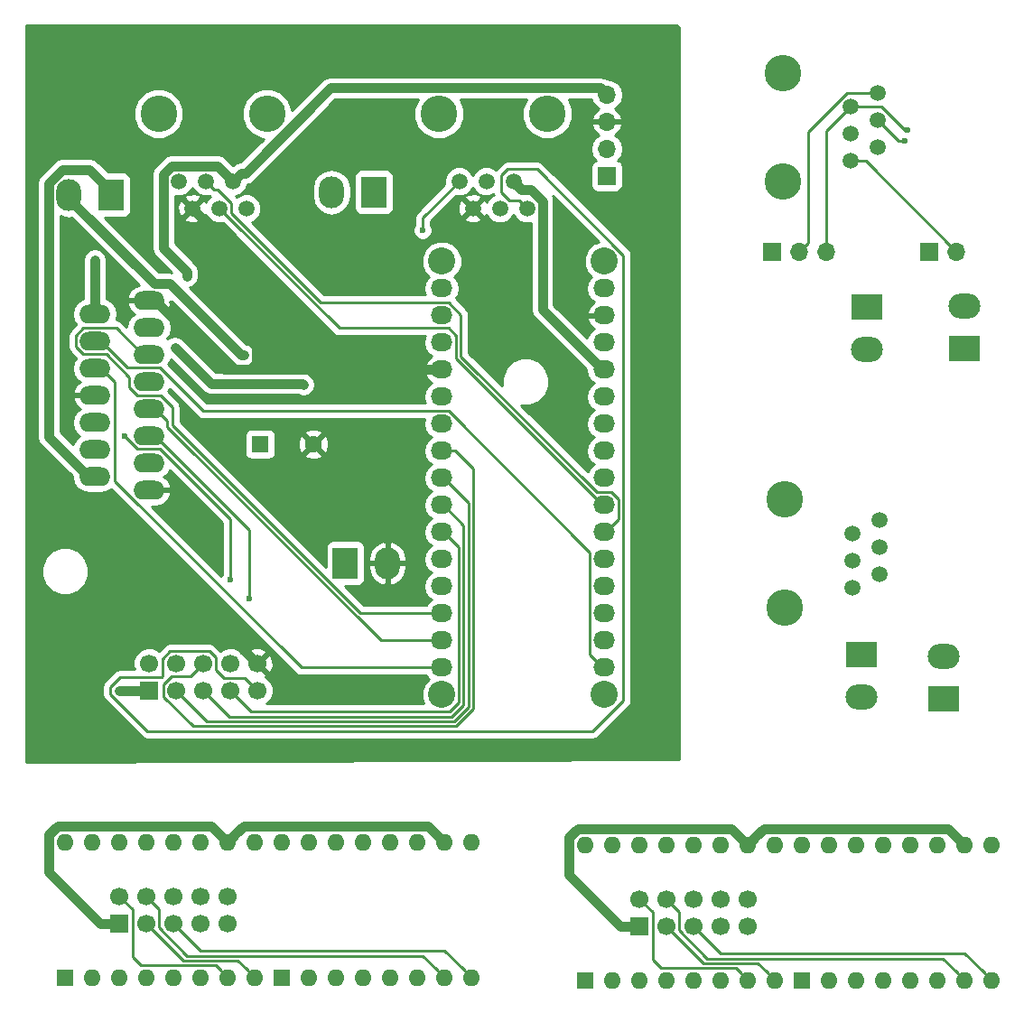
<source format=gbl>
G04 #@! TF.FileFunction,Copper,L2,Bot,Signal*
%FSLAX46Y46*%
G04 Gerber Fmt 4.6, Leading zero omitted, Abs format (unit mm)*
G04 Created by KiCad (PCBNEW 4.0.7) date 12/12/17 11:06:34*
%MOMM*%
%LPD*%
G01*
G04 APERTURE LIST*
%ADD10C,0.100000*%
%ADD11R,1.600000X1.600000*%
%ADD12O,1.600000X1.600000*%
%ADD13R,1.700000X1.700000*%
%ADD14C,1.700000*%
%ADD15C,2.540000*%
%ADD16O,2.032000X1.727200*%
%ADD17C,1.520000*%
%ADD18C,3.429000*%
%ADD19O,1.700000X1.700000*%
%ADD20R,2.350000X3.000000*%
%ADD21O,2.350000X3.000000*%
%ADD22C,1.600000*%
%ADD23O,2.921000X1.778000*%
%ADD24R,3.000000X2.350000*%
%ADD25O,3.000000X2.350000*%
%ADD26C,0.600000*%
%ADD27C,0.889000*%
%ADD28C,0.254000*%
G04 APERTURE END LIST*
D10*
D11*
X173228000Y-136144000D03*
D12*
X191008000Y-123444000D03*
X175768000Y-136144000D03*
X188468000Y-123444000D03*
X178308000Y-136144000D03*
X185928000Y-123444000D03*
X180848000Y-136144000D03*
X183388000Y-123444000D03*
X183388000Y-136144000D03*
X180848000Y-123444000D03*
X185928000Y-136144000D03*
X178308000Y-123444000D03*
X188468000Y-136144000D03*
X175768000Y-123444000D03*
X191008000Y-136144000D03*
X173228000Y-123444000D03*
D11*
X152908000Y-136144000D03*
D12*
X170688000Y-123444000D03*
X155448000Y-136144000D03*
X168148000Y-123444000D03*
X157988000Y-136144000D03*
X165608000Y-123444000D03*
X160528000Y-136144000D03*
X163068000Y-123444000D03*
X163068000Y-136144000D03*
X160528000Y-123444000D03*
X165608000Y-136144000D03*
X157988000Y-123444000D03*
X168148000Y-136144000D03*
X155448000Y-123444000D03*
X170688000Y-136144000D03*
X152908000Y-123444000D03*
D13*
X157988000Y-131064000D03*
D14*
X157988000Y-128524000D03*
X160528000Y-131064000D03*
X160528000Y-128524000D03*
X163068000Y-131064000D03*
X163068000Y-128524000D03*
X165608000Y-131064000D03*
X165608000Y-128524000D03*
X168148000Y-131064000D03*
X168148000Y-128524000D03*
D15*
X139446000Y-109347000D03*
D16*
X139446000Y-71247000D03*
X139446000Y-73787000D03*
X139446000Y-76327000D03*
X139446000Y-78867000D03*
X139446000Y-81407000D03*
X139446000Y-83947000D03*
X139446000Y-86487000D03*
X139446000Y-89027000D03*
X139446000Y-91567000D03*
X139446000Y-94107000D03*
X139446000Y-96647000D03*
X139446000Y-99187000D03*
X139446000Y-101727000D03*
X139446000Y-104267000D03*
X139446000Y-106807000D03*
X154686000Y-71247000D03*
X154686000Y-73787000D03*
X154686000Y-76327000D03*
X154686000Y-78867000D03*
X154686000Y-81407000D03*
X154686000Y-83947000D03*
X154686000Y-86487000D03*
X154686000Y-89027000D03*
X154686000Y-91567000D03*
X154686000Y-94107000D03*
X154686000Y-96647000D03*
X154686000Y-99187000D03*
X154686000Y-101727000D03*
X154686000Y-104267000D03*
X154686000Y-106807000D03*
D15*
X139446000Y-68707000D03*
X154686000Y-109347000D03*
X154686000Y-68707000D03*
D17*
X143637000Y-61214000D03*
X146177000Y-61214000D03*
X141097000Y-61214000D03*
X147447000Y-63754000D03*
X144907000Y-63754000D03*
X142367000Y-63754000D03*
D18*
X139192000Y-54864000D03*
X149352000Y-54864000D03*
D17*
X117348000Y-61214000D03*
X119888000Y-61214000D03*
X114808000Y-61214000D03*
X121158000Y-63754000D03*
X118618000Y-63754000D03*
X116078000Y-63754000D03*
D18*
X112903000Y-54864000D03*
X123063000Y-54864000D03*
D13*
X112014000Y-108966000D03*
D14*
X112014000Y-106426000D03*
X114554000Y-108966000D03*
X114554000Y-106426000D03*
X117094000Y-108966000D03*
X117094000Y-106426000D03*
X119634000Y-108966000D03*
X119634000Y-106426000D03*
X122174000Y-108966000D03*
X122174000Y-106426000D03*
D13*
X185166000Y-67818000D03*
D19*
X187706000Y-67818000D03*
D13*
X170434000Y-67818000D03*
D19*
X172974000Y-67818000D03*
X175514000Y-67818000D03*
D17*
X177800000Y-56769000D03*
X177800000Y-54229000D03*
X177800000Y-59309000D03*
X180340000Y-52959000D03*
X180340000Y-55499000D03*
X180340000Y-58039000D03*
D18*
X171450000Y-61214000D03*
X171450000Y-51054000D03*
D13*
X154940000Y-60706000D03*
D19*
X154940000Y-58166000D03*
X154940000Y-55626000D03*
X154940000Y-53086000D03*
D17*
X177927000Y-96774000D03*
X177927000Y-94234000D03*
X177927000Y-99314000D03*
X180467000Y-92964000D03*
X180467000Y-95504000D03*
X180467000Y-98044000D03*
D18*
X171577000Y-101219000D03*
X171577000Y-91059000D03*
D20*
X133096000Y-62230000D03*
D21*
X129136000Y-62230000D03*
D20*
X108458000Y-62484000D03*
D21*
X104498000Y-62484000D03*
D11*
X122428000Y-85852000D03*
D22*
X127428000Y-85852000D03*
D20*
X130406000Y-97028000D03*
D21*
X134366000Y-97028000D03*
D23*
X112014000Y-90170000D03*
X106934000Y-88900000D03*
X112014000Y-87630000D03*
X106934000Y-86360000D03*
X112014000Y-85090000D03*
X106934000Y-83820000D03*
X112014000Y-82550000D03*
X106934000Y-81280000D03*
X112014000Y-80010000D03*
X106934000Y-78740000D03*
X112014000Y-77470000D03*
X106934000Y-76200000D03*
X112014000Y-74930000D03*
X106934000Y-73660000D03*
X112014000Y-72390000D03*
D24*
X178829081Y-105595903D03*
D25*
X178829081Y-109555903D03*
D24*
X179324000Y-73002000D03*
D25*
X179324000Y-76962000D03*
D24*
X186480616Y-109716622D03*
D25*
X186480616Y-105756622D03*
D24*
X188468000Y-76858000D03*
D25*
X188468000Y-72898000D03*
D13*
X109220000Y-130810000D03*
D14*
X109220000Y-128270000D03*
X111760000Y-130810000D03*
X111760000Y-128270000D03*
X114300000Y-130810000D03*
X114300000Y-128270000D03*
X116840000Y-130810000D03*
X116840000Y-128270000D03*
X119380000Y-130810000D03*
X119380000Y-128270000D03*
D11*
X104140000Y-135890000D03*
D12*
X121920000Y-123190000D03*
X106680000Y-135890000D03*
X119380000Y-123190000D03*
X109220000Y-135890000D03*
X116840000Y-123190000D03*
X111760000Y-135890000D03*
X114300000Y-123190000D03*
X114300000Y-135890000D03*
X111760000Y-123190000D03*
X116840000Y-135890000D03*
X109220000Y-123190000D03*
X119380000Y-135890000D03*
X106680000Y-123190000D03*
X121920000Y-135890000D03*
X104140000Y-123190000D03*
D11*
X124460000Y-135890000D03*
D12*
X142240000Y-123190000D03*
X127000000Y-135890000D03*
X139700000Y-123190000D03*
X129540000Y-135890000D03*
X137160000Y-123190000D03*
X132080000Y-135890000D03*
X134620000Y-123190000D03*
X134620000Y-135890000D03*
X132080000Y-123190000D03*
X137160000Y-135890000D03*
X129540000Y-123190000D03*
X139700000Y-135890000D03*
X127000000Y-123190000D03*
X142240000Y-135890000D03*
X124460000Y-123190000D03*
D26*
X112014000Y-94488000D03*
X121412000Y-100330000D03*
X109728000Y-85090000D03*
X119634000Y-98552000D03*
X109220000Y-108966000D03*
X115570000Y-70104000D03*
X137668000Y-65786000D03*
X183134000Y-56388000D03*
X182880000Y-57404000D03*
X120904000Y-77470000D03*
X126492000Y-80264000D03*
X114426990Y-76771490D03*
X106934000Y-68580000D03*
D27*
X112014000Y-96266000D02*
X122174000Y-106426000D01*
X112014000Y-94488000D02*
X112014000Y-96266000D01*
X119062500Y-78867000D02*
X122174000Y-78867000D01*
X122174000Y-78867000D02*
X137541000Y-78867000D01*
X116078000Y-63754000D02*
X122047010Y-69723010D01*
X122047010Y-69723010D02*
X122047010Y-78740010D01*
X122047010Y-78740010D02*
X122174000Y-78867000D01*
X112014000Y-72390000D02*
X112585500Y-72390000D01*
X137541000Y-78867000D02*
X139446000Y-78867000D01*
X112585500Y-72390000D02*
X119062500Y-78867000D01*
D28*
X154838400Y-73787000D02*
X154686000Y-73787000D01*
X139598400Y-81407000D02*
X139446000Y-81407000D01*
X139598400Y-83947000D02*
X139446000Y-83947000D01*
X139446000Y-86487000D02*
X140716000Y-86487000D01*
X140716000Y-86487000D02*
X142417829Y-88188830D01*
X142417829Y-88188830D02*
X142417828Y-110683246D01*
X142417828Y-110683246D02*
X140782243Y-112318831D01*
X140782243Y-112318831D02*
X116160133Y-112318831D01*
X116160133Y-112318831D02*
X113373799Y-109532497D01*
X113373799Y-109532497D02*
X113373799Y-108399503D01*
X113373799Y-108399503D02*
X114167101Y-107606201D01*
X114167101Y-107606201D02*
X115913799Y-107606201D01*
X115913799Y-107606201D02*
X116244001Y-107275999D01*
X116244001Y-107275999D02*
X117094000Y-106426000D01*
X139446000Y-89027000D02*
X139598400Y-89027000D01*
X139598400Y-89027000D02*
X141960619Y-91389219D01*
X141960619Y-91389219D02*
X141960619Y-110493863D01*
X141960619Y-110493863D02*
X140592861Y-111861621D01*
X140592861Y-111861621D02*
X117449621Y-111861621D01*
X117449621Y-111861621D02*
X115403999Y-109815999D01*
X115403999Y-109815999D02*
X114554000Y-108966000D01*
X139446000Y-91567000D02*
X139598400Y-91567000D01*
X139598400Y-91567000D02*
X141503411Y-93472011D01*
X141503411Y-93472011D02*
X141503410Y-110304480D01*
X141503410Y-110304480D02*
X140403479Y-111404411D01*
X140403479Y-111404411D02*
X119532411Y-111404411D01*
X119532411Y-111404411D02*
X117943999Y-109815999D01*
X117943999Y-109815999D02*
X117094000Y-108966000D01*
X139446000Y-94107000D02*
X139598400Y-94107000D01*
X139598400Y-94107000D02*
X141046201Y-95554801D01*
X141046201Y-95554801D02*
X141046201Y-110115097D01*
X141046201Y-110115097D02*
X140214097Y-110947201D01*
X140214097Y-110947201D02*
X121615201Y-110947201D01*
X121615201Y-110947201D02*
X120483999Y-109815999D01*
X120483999Y-109815999D02*
X119634000Y-108966000D01*
X121412000Y-100330000D02*
X121412000Y-93916500D01*
X121412000Y-93916500D02*
X112585500Y-85090000D01*
X112585500Y-85090000D02*
X112014000Y-85090000D01*
X119634000Y-98552000D02*
X119634000Y-92882435D01*
X119634000Y-92882435D02*
X113060775Y-86309210D01*
X113060775Y-86309210D02*
X110937487Y-86309210D01*
X109728000Y-85099723D02*
X109728000Y-85090000D01*
X110937487Y-86309210D02*
X109728000Y-85099723D01*
X139446000Y-101727000D02*
X131837592Y-101727000D01*
X114185710Y-84075118D02*
X114185710Y-82354165D01*
X114185710Y-82354165D02*
X113111555Y-81280010D01*
X108010513Y-77419210D02*
X105857487Y-77419210D01*
X105143290Y-76705013D02*
X105143290Y-75694987D01*
X105857487Y-74980790D02*
X108953290Y-74980790D01*
X131837592Y-101727000D02*
X114185710Y-84075118D01*
X113111555Y-81280010D02*
X110916445Y-81280010D01*
X110916445Y-81280010D02*
X110172490Y-80536055D01*
X110172490Y-80536055D02*
X110172490Y-79581187D01*
X111442500Y-77470000D02*
X112014000Y-77470000D01*
X110172490Y-79581187D02*
X108010513Y-77419210D01*
X105857487Y-77419210D02*
X105143290Y-76705013D01*
X105143290Y-75694987D02*
X105857487Y-74980790D01*
X108953290Y-74980790D02*
X111442500Y-77470000D01*
X139446000Y-102354456D02*
X139446000Y-101727000D01*
X139446000Y-101727000D02*
X139598400Y-101727000D01*
D27*
X109728000Y-108966000D02*
X109220000Y-108966000D01*
X112014000Y-108966000D02*
X109728000Y-108966000D01*
X115570000Y-70104000D02*
X115570000Y-69679736D01*
X113349499Y-60513919D02*
X114107919Y-59755499D01*
X115570000Y-69679736D02*
X113349499Y-67459235D01*
X113349499Y-67459235D02*
X113349499Y-60513919D01*
X114107919Y-59755499D02*
X118429499Y-59755499D01*
X118429499Y-59755499D02*
X119128001Y-60454001D01*
X119128001Y-60454001D02*
X119888000Y-61214000D01*
X154940000Y-53086000D02*
X154304999Y-52450999D01*
X154304999Y-52450999D02*
X129047243Y-52450999D01*
X129047243Y-52450999D02*
X121044241Y-60454001D01*
X121044241Y-60454001D02*
X120647999Y-60454001D01*
X120647999Y-60454001D02*
X119888000Y-61214000D01*
X154686000Y-78867000D02*
X154533600Y-78867000D01*
X154533600Y-78867000D02*
X148905501Y-73238901D01*
X147825581Y-61973999D02*
X146936999Y-61973999D01*
X148905501Y-73238901D02*
X148905501Y-63053919D01*
X148905501Y-63053919D02*
X147825581Y-61973999D01*
X146936999Y-61973999D02*
X146177000Y-61214000D01*
D28*
X154838400Y-78867000D02*
X154686000Y-78867000D01*
X154686000Y-91567000D02*
X154533600Y-91567000D01*
X154533600Y-91567000D02*
X140792210Y-77825610D01*
X140792210Y-77825610D02*
X140792210Y-75680128D01*
X140792210Y-75680128D02*
X140092892Y-74980810D01*
X140092892Y-74980810D02*
X129844810Y-74980810D01*
X129844810Y-74980810D02*
X119377999Y-64513999D01*
X119377999Y-64513999D02*
X118618000Y-63754000D01*
X154686000Y-94107000D02*
X154838400Y-94107000D01*
X156032210Y-92913190D02*
X156032210Y-91072508D01*
X154838400Y-94107000D02*
X156032210Y-92913190D01*
X156032210Y-91072508D02*
X155332892Y-90373190D01*
X119708201Y-63230703D02*
X118451497Y-61973999D01*
X155332892Y-90373190D02*
X153986382Y-90373190D01*
X153986382Y-90373190D02*
X141249420Y-77636228D01*
X141249420Y-77636228D02*
X141249420Y-73749718D01*
X141249420Y-73749718D02*
X140092892Y-72593190D01*
X128103782Y-72593190D02*
X119708201Y-64197609D01*
X118107999Y-61973999D02*
X117348000Y-61214000D01*
X140092892Y-72593190D02*
X128103782Y-72593190D01*
X119708201Y-64197609D02*
X119708201Y-63230703D01*
X118451497Y-61973999D02*
X118107999Y-61973999D01*
X113060775Y-78689210D02*
X117124755Y-82753190D01*
X117124755Y-82753190D02*
X140092892Y-82753190D01*
X140092892Y-82753190D02*
X153339790Y-96000088D01*
X153339790Y-96000088D02*
X153339790Y-105613190D01*
X153339790Y-105613190D02*
X154533600Y-106807000D01*
X154533600Y-106807000D02*
X154686000Y-106807000D01*
X113060775Y-78689210D02*
X109994710Y-78689210D01*
X109994710Y-78689210D02*
X107505500Y-76200000D01*
X107505500Y-76200000D02*
X106934000Y-76200000D01*
X139446000Y-104267000D02*
X133731000Y-104267000D01*
X133731000Y-104267000D02*
X113728500Y-84264500D01*
X113728500Y-84264500D02*
X113728500Y-83693000D01*
X113728500Y-83693000D02*
X112585500Y-82550000D01*
X112585500Y-82550000D02*
X112014000Y-82550000D01*
X139446000Y-106807000D02*
X126283435Y-106807000D01*
X126283435Y-106807000D02*
X108775510Y-89299075D01*
X108775510Y-89299075D02*
X108775510Y-80010010D01*
X108775510Y-80010010D02*
X107505500Y-78740000D01*
X107505500Y-78740000D02*
X106934000Y-78740000D01*
X137668000Y-65786000D02*
X137668000Y-64643000D01*
X137668000Y-64643000D02*
X141097000Y-61214000D01*
X146687001Y-62994001D02*
X147447000Y-63754000D01*
X145035999Y-62269501D02*
X145760499Y-62994001D01*
X145760499Y-62994001D02*
X146687001Y-62994001D01*
X113245001Y-105988301D02*
X113245001Y-107658799D01*
X145629319Y-60072999D02*
X145035999Y-60666319D01*
X148420297Y-60072999D02*
X145629319Y-60072999D01*
X117660497Y-105245799D02*
X113987503Y-105245799D01*
X156489420Y-109911878D02*
X156489420Y-68142122D01*
X156489420Y-68142122D02*
X148420297Y-60072999D01*
X145035999Y-60666319D02*
X145035999Y-62269501D01*
X111862592Y-112776040D02*
X153625258Y-112776040D01*
X113987503Y-105245799D02*
X113245001Y-105988301D01*
X108394489Y-109307937D02*
X111862592Y-112776040D01*
X108394489Y-108624063D02*
X108394489Y-109307937D01*
X109283553Y-107734999D02*
X108394489Y-108624063D01*
X113245001Y-107658799D02*
X113168801Y-107734999D01*
X118274201Y-105859503D02*
X117660497Y-105245799D01*
X119067503Y-107785799D02*
X118274201Y-106992497D01*
X153625258Y-112776040D02*
X156489420Y-109911878D01*
X113168801Y-107734999D02*
X109283553Y-107734999D01*
X120993799Y-107785799D02*
X119067503Y-107785799D01*
X122174000Y-108966000D02*
X120993799Y-107785799D01*
X118274201Y-106992497D02*
X118274201Y-105859503D01*
X177800000Y-59309000D02*
X179197000Y-59309000D01*
X179197000Y-59309000D02*
X187706000Y-67818000D01*
X180340000Y-52959000D02*
X177456502Y-52959000D01*
X177456502Y-52959000D02*
X173823999Y-56591503D01*
X173823999Y-56591503D02*
X173823999Y-66968001D01*
X173823999Y-66968001D02*
X172974000Y-67818000D01*
X182842498Y-56388000D02*
X183134000Y-56388000D01*
X177800000Y-54229000D02*
X180683498Y-54229000D01*
X180683498Y-54229000D02*
X182842498Y-56388000D01*
X175514000Y-67818000D02*
X175514000Y-56515000D01*
X175514000Y-56515000D02*
X177800000Y-54229000D01*
X180340000Y-55499000D02*
X182245000Y-57404000D01*
X182245000Y-57404000D02*
X182880000Y-57404000D01*
D27*
X106934000Y-88900000D02*
X106362500Y-88900000D01*
X108458000Y-62159000D02*
X108458000Y-62484000D01*
X106362500Y-88900000D02*
X102624490Y-85161990D01*
X103912457Y-60095000D02*
X106394000Y-60095000D01*
X102624490Y-85161990D02*
X102624490Y-61382967D01*
X102624490Y-61382967D02*
X103912457Y-60095000D01*
X106394000Y-60095000D02*
X108458000Y-62159000D01*
X113982490Y-70802490D02*
X120650000Y-77470000D01*
X120650000Y-77470000D02*
X120904000Y-77470000D01*
X104498000Y-62484000D02*
X104498000Y-62809000D01*
X104498000Y-62809000D02*
X112491490Y-70802490D01*
X112491490Y-70802490D02*
X113982490Y-70802490D01*
X117824502Y-80169002D02*
X126397002Y-80169002D01*
X126397002Y-80169002D02*
X126492000Y-80264000D01*
X114426990Y-76771490D02*
X117824502Y-80169002D01*
X106934000Y-73660000D02*
X106934000Y-68580000D01*
X151409499Y-122724719D02*
X151409499Y-126224499D01*
X151409499Y-126224499D02*
X156249000Y-131064000D01*
X156249000Y-131064000D02*
X157988000Y-131064000D01*
X168148000Y-123444000D02*
X166649499Y-121945499D01*
X152188719Y-121945499D02*
X151409499Y-122724719D01*
X166649499Y-121945499D02*
X152188719Y-121945499D01*
X188468000Y-123444000D02*
X186969499Y-121945499D01*
X169646501Y-121945499D02*
X168947999Y-122644001D01*
X168947999Y-122644001D02*
X168148000Y-123444000D01*
X186969499Y-121945499D02*
X169646501Y-121945499D01*
X119380000Y-123190000D02*
X117881499Y-121691499D01*
X117881499Y-121691499D02*
X103420719Y-121691499D01*
X103420719Y-121691499D02*
X102641499Y-122470719D01*
X102641499Y-122470719D02*
X102641499Y-125970499D01*
X102641499Y-125970499D02*
X107481000Y-130810000D01*
X107481000Y-130810000D02*
X109220000Y-130810000D01*
X139700000Y-123190000D02*
X138201499Y-121691499D01*
X138201499Y-121691499D02*
X120878501Y-121691499D01*
X120878501Y-121691499D02*
X120179999Y-122390001D01*
X120179999Y-122390001D02*
X119380000Y-123190000D01*
D28*
X159219001Y-129755001D02*
X159219001Y-134247297D01*
X159985503Y-135013799D02*
X167017799Y-135013799D01*
X159219001Y-134247297D02*
X159985503Y-135013799D01*
X157988000Y-128524000D02*
X159219001Y-129755001D01*
X167017799Y-135013799D02*
X167348001Y-135344001D01*
X167348001Y-135344001D02*
X168148000Y-136144000D01*
X109220000Y-128270000D02*
X110451001Y-129501001D01*
X110451001Y-129501001D02*
X110451001Y-133993297D01*
X110451001Y-133993297D02*
X111217503Y-134759799D01*
X111217503Y-134759799D02*
X118249799Y-134759799D01*
X118249799Y-134759799D02*
X118580001Y-135090001D01*
X118580001Y-135090001D02*
X119380000Y-135890000D01*
X160528000Y-131064000D02*
X164020590Y-134556590D01*
X164020590Y-134556590D02*
X169100590Y-134556590D01*
X169888001Y-135344001D02*
X170688000Y-136144000D01*
X169100590Y-134556590D02*
X169888001Y-135344001D01*
X111760000Y-130810000D02*
X115252590Y-134302590D01*
X115252590Y-134302590D02*
X120332590Y-134302590D01*
X120332590Y-134302590D02*
X121120001Y-135090001D01*
X121120001Y-135090001D02*
X121920000Y-135890000D01*
X164356682Y-134099380D02*
X186423380Y-134099380D01*
X187668001Y-135344001D02*
X188468000Y-136144000D01*
X186423380Y-134099380D02*
X187668001Y-135344001D01*
X160528000Y-128524000D02*
X161708201Y-129704201D01*
X161708201Y-131450899D02*
X164356682Y-134099380D01*
X161708201Y-129704201D02*
X161708201Y-131450899D01*
X111760000Y-128270000D02*
X112940201Y-129450201D01*
X112940201Y-129450201D02*
X112940201Y-131196899D01*
X112940201Y-131196899D02*
X115588682Y-133845380D01*
X115588682Y-133845380D02*
X137655380Y-133845380D01*
X137655380Y-133845380D02*
X138900001Y-135090001D01*
X138900001Y-135090001D02*
X139700000Y-135890000D01*
X190208001Y-135344001D02*
X191008000Y-136144000D01*
X188468000Y-133604000D02*
X190208001Y-135344001D01*
X165608000Y-133604000D02*
X188468000Y-133604000D01*
X163068000Y-131064000D02*
X165608000Y-133604000D01*
X114300000Y-130810000D02*
X116840000Y-133350000D01*
X141440001Y-135090001D02*
X142240000Y-135890000D01*
X116840000Y-133350000D02*
X139700000Y-133350000D01*
X139700000Y-133350000D02*
X141440001Y-135090001D01*
G36*
X161671000Y-46788606D02*
X161671000Y-115443524D01*
X100457000Y-115696474D01*
X100457000Y-98232619D01*
X101904613Y-98232619D01*
X102244155Y-99054372D01*
X102872321Y-99683636D01*
X103693481Y-100024611D01*
X104582619Y-100025387D01*
X105404372Y-99685845D01*
X106033636Y-99057679D01*
X106374611Y-98236519D01*
X106375387Y-97347381D01*
X106035845Y-96525628D01*
X105407679Y-95896364D01*
X104586519Y-95555389D01*
X103697381Y-95554613D01*
X102875628Y-95894155D01*
X102246364Y-96522321D01*
X101905389Y-97343481D01*
X101904613Y-98232619D01*
X100457000Y-98232619D01*
X100457000Y-61382967D01*
X101544990Y-61382967D01*
X101544990Y-85161990D01*
X101627162Y-85575097D01*
X101861168Y-85925312D01*
X104803820Y-88867963D01*
X104797447Y-88900000D01*
X104913455Y-89483210D01*
X105243816Y-89977631D01*
X105738237Y-90307992D01*
X106321447Y-90424000D01*
X107546553Y-90424000D01*
X108129763Y-90307992D01*
X108475670Y-90076865D01*
X125744620Y-107345815D01*
X125991830Y-107510996D01*
X126283435Y-107569000D01*
X138002688Y-107569000D01*
X138201585Y-107866670D01*
X138220095Y-107879038D01*
X137831961Y-108266495D01*
X137541332Y-108966410D01*
X137540670Y-109724265D01*
X137731125Y-110185201D01*
X123054612Y-110185201D01*
X123432188Y-109808283D01*
X123658742Y-109262681D01*
X123659257Y-108671911D01*
X123433656Y-108125914D01*
X123016283Y-107707812D01*
X122968688Y-107688049D01*
X123038353Y-107469958D01*
X122174000Y-106605605D01*
X122159858Y-106619748D01*
X121980253Y-106440143D01*
X121994395Y-106426000D01*
X122353605Y-106426000D01*
X123217958Y-107290353D01*
X123469259Y-107210080D01*
X123670718Y-106654721D01*
X123644315Y-106064542D01*
X123469259Y-105641920D01*
X123217958Y-105561647D01*
X122353605Y-106426000D01*
X121994395Y-106426000D01*
X121130042Y-105561647D01*
X120912360Y-105631181D01*
X120893656Y-105585914D01*
X120690140Y-105382042D01*
X121309647Y-105382042D01*
X122174000Y-106246395D01*
X123038353Y-105382042D01*
X122958080Y-105130741D01*
X122402721Y-104929282D01*
X121812542Y-104955685D01*
X121389920Y-105130741D01*
X121309647Y-105382042D01*
X120690140Y-105382042D01*
X120476283Y-105167812D01*
X119930681Y-104941258D01*
X119339911Y-104940743D01*
X118793914Y-105166344D01*
X118726234Y-105233906D01*
X118199312Y-104706984D01*
X117952102Y-104541803D01*
X117660497Y-104483799D01*
X113987503Y-104483799D01*
X113695898Y-104541803D01*
X113448687Y-104706984D01*
X112922014Y-105233658D01*
X112856283Y-105167812D01*
X112310681Y-104941258D01*
X111719911Y-104940743D01*
X111173914Y-105166344D01*
X110755812Y-105583717D01*
X110529258Y-106129319D01*
X110528743Y-106720089D01*
X110633243Y-106972999D01*
X109283553Y-106972999D01*
X109028165Y-107023799D01*
X108991948Y-107031003D01*
X108744737Y-107196184D01*
X107855674Y-108085248D01*
X107690493Y-108332458D01*
X107632489Y-108624063D01*
X107632489Y-109307937D01*
X107690493Y-109599542D01*
X107835126Y-109816000D01*
X107855674Y-109846752D01*
X111323776Y-113314855D01*
X111570987Y-113480036D01*
X111862592Y-113538040D01*
X153625258Y-113538040D01*
X153916863Y-113480036D01*
X154164073Y-113314855D01*
X157028236Y-110450693D01*
X157150680Y-110267441D01*
X157193416Y-110203483D01*
X157251420Y-109911878D01*
X157251420Y-68142122D01*
X157193416Y-67850517D01*
X157028235Y-67603307D01*
X148959112Y-59534184D01*
X148843109Y-59456673D01*
X148711902Y-59369003D01*
X148420297Y-59310999D01*
X145629319Y-59310999D01*
X145337714Y-59369003D01*
X145090503Y-59534184D01*
X144510357Y-60114331D01*
X144428236Y-60032066D01*
X143915700Y-59819242D01*
X143360735Y-59818758D01*
X142847828Y-60030687D01*
X142455066Y-60422764D01*
X142367046Y-60634738D01*
X142280313Y-60424828D01*
X141888236Y-60032066D01*
X141375700Y-59819242D01*
X140820735Y-59818758D01*
X140307828Y-60030687D01*
X139915066Y-60422764D01*
X139702242Y-60935300D01*
X139701758Y-61490265D01*
X139713847Y-61519522D01*
X137129185Y-64104185D01*
X136964004Y-64351395D01*
X136906000Y-64643000D01*
X136906000Y-65225534D01*
X136875808Y-65255673D01*
X136733162Y-65599201D01*
X136732838Y-65971167D01*
X136874883Y-66314943D01*
X137137673Y-66578192D01*
X137481201Y-66720838D01*
X137853167Y-66721162D01*
X138196943Y-66579117D01*
X138460192Y-66316327D01*
X138602838Y-65972799D01*
X138603162Y-65600833D01*
X138461117Y-65257057D01*
X138430000Y-65225886D01*
X138430000Y-64958630D01*
X138655866Y-64732764D01*
X141567841Y-64732764D01*
X141637059Y-64974742D01*
X142159780Y-65161155D01*
X142714049Y-65133341D01*
X143096941Y-64974742D01*
X143166159Y-64732764D01*
X142367000Y-63933605D01*
X141567841Y-64732764D01*
X138655866Y-64732764D01*
X139841850Y-63546780D01*
X140959845Y-63546780D01*
X140987659Y-64101049D01*
X141146258Y-64483941D01*
X141388236Y-64553159D01*
X142187395Y-63754000D01*
X141388236Y-62954841D01*
X141146258Y-63024059D01*
X140959845Y-63546780D01*
X139841850Y-63546780D01*
X140613394Y-62775236D01*
X141567841Y-62775236D01*
X142367000Y-63574395D01*
X143166159Y-62775236D01*
X143096941Y-62533258D01*
X142574220Y-62346845D01*
X142019951Y-62374659D01*
X141637059Y-62533258D01*
X141567841Y-62775236D01*
X140613394Y-62775236D01*
X140791147Y-62597483D01*
X140818300Y-62608758D01*
X141373265Y-62609242D01*
X141886172Y-62397313D01*
X142278934Y-62005236D01*
X142366954Y-61793262D01*
X142453687Y-62003172D01*
X142845764Y-62395934D01*
X143358300Y-62608758D01*
X143913265Y-62609242D01*
X144309049Y-62445707D01*
X144317498Y-62488185D01*
X144117828Y-62570687D01*
X143725066Y-62962764D01*
X143643609Y-63158934D01*
X143587742Y-63024059D01*
X143345764Y-62954841D01*
X142546605Y-63754000D01*
X143345764Y-64553159D01*
X143587742Y-64483941D01*
X143639382Y-64339138D01*
X143723687Y-64543172D01*
X144115764Y-64935934D01*
X144628300Y-65148758D01*
X145183265Y-65149242D01*
X145696172Y-64937313D01*
X146088934Y-64545236D01*
X146176954Y-64333262D01*
X146263687Y-64543172D01*
X146655764Y-64935934D01*
X147168300Y-65148758D01*
X147723265Y-65149242D01*
X147826001Y-65106792D01*
X147826001Y-73238901D01*
X147908173Y-73652008D01*
X148142179Y-74002223D01*
X153003369Y-78863413D01*
X153002655Y-78867000D01*
X153116729Y-79440489D01*
X153441585Y-79926670D01*
X153756366Y-80137000D01*
X153441585Y-80347330D01*
X153116729Y-80833511D01*
X153002655Y-81407000D01*
X153116729Y-81980489D01*
X153441585Y-82466670D01*
X153756366Y-82677000D01*
X153441585Y-82887330D01*
X153116729Y-83373511D01*
X153002655Y-83947000D01*
X153116729Y-84520489D01*
X153441585Y-85006670D01*
X153756366Y-85217000D01*
X153441585Y-85427330D01*
X153116729Y-85913511D01*
X153002655Y-86487000D01*
X153116729Y-87060489D01*
X153441585Y-87546670D01*
X153756366Y-87757000D01*
X153441585Y-87967330D01*
X153127786Y-88436963D01*
X146935488Y-82244665D01*
X147762619Y-82245387D01*
X148584372Y-81905845D01*
X149213636Y-81277679D01*
X149554611Y-80456519D01*
X149555387Y-79567381D01*
X149215845Y-78745628D01*
X148587679Y-78116364D01*
X147766519Y-77775389D01*
X146877381Y-77774613D01*
X146055628Y-78114155D01*
X145426364Y-78742321D01*
X145085389Y-79563481D01*
X145084664Y-80393842D01*
X142011420Y-77320598D01*
X142011420Y-73749718D01*
X141966126Y-73522008D01*
X141953417Y-73458114D01*
X141788236Y-73210903D01*
X140767955Y-72190623D01*
X141015271Y-71820489D01*
X141129345Y-71247000D01*
X141015271Y-70673511D01*
X140690415Y-70187330D01*
X140671905Y-70174962D01*
X141060039Y-69787505D01*
X141350668Y-69087590D01*
X141351330Y-68329735D01*
X141061922Y-67629314D01*
X140526505Y-67092961D01*
X139826590Y-66802332D01*
X139068735Y-66801670D01*
X138368314Y-67091078D01*
X137831961Y-67626495D01*
X137541332Y-68326410D01*
X137540670Y-69084265D01*
X137830078Y-69784686D01*
X138219842Y-70175131D01*
X138201585Y-70187330D01*
X137876729Y-70673511D01*
X137762655Y-71247000D01*
X137876729Y-71820489D01*
X137883879Y-71831190D01*
X128419413Y-71831190D01*
X121648814Y-65060592D01*
X121947172Y-64937313D01*
X122339934Y-64545236D01*
X122552758Y-64032700D01*
X122553242Y-63477735D01*
X122341313Y-62964828D01*
X121949236Y-62572066D01*
X121436700Y-62359242D01*
X120881735Y-62358758D01*
X120368828Y-62570687D01*
X120247176Y-62692127D01*
X120247016Y-62691888D01*
X120164339Y-62609211D01*
X120677172Y-62397313D01*
X121069934Y-62005236D01*
X121128923Y-61863173D01*
X127326000Y-61863173D01*
X127326000Y-62596827D01*
X127463778Y-63289484D01*
X127856137Y-63876690D01*
X128443343Y-64269049D01*
X129136000Y-64406827D01*
X129828657Y-64269049D01*
X130415863Y-63876690D01*
X130808222Y-63289484D01*
X130946000Y-62596827D01*
X130946000Y-61863173D01*
X130808222Y-61170516D01*
X130513879Y-60730000D01*
X131273560Y-60730000D01*
X131273560Y-63730000D01*
X131317838Y-63965317D01*
X131456910Y-64181441D01*
X131669110Y-64326431D01*
X131921000Y-64377440D01*
X134271000Y-64377440D01*
X134506317Y-64333162D01*
X134722441Y-64194090D01*
X134867431Y-63981890D01*
X134918440Y-63730000D01*
X134918440Y-60730000D01*
X134874162Y-60494683D01*
X134735090Y-60278559D01*
X134522890Y-60133569D01*
X134271000Y-60082560D01*
X131921000Y-60082560D01*
X131685683Y-60126838D01*
X131469559Y-60265910D01*
X131324569Y-60478110D01*
X131273560Y-60730000D01*
X130513879Y-60730000D01*
X130415863Y-60583310D01*
X129828657Y-60190951D01*
X129136000Y-60053173D01*
X128443343Y-60190951D01*
X127856137Y-60583310D01*
X127463778Y-61170516D01*
X127326000Y-61863173D01*
X121128923Y-61863173D01*
X121282758Y-61492700D01*
X121282764Y-61486056D01*
X121457348Y-61451329D01*
X121807563Y-61217323D01*
X124858886Y-58166000D01*
X153425907Y-58166000D01*
X153538946Y-58734285D01*
X153860853Y-59216054D01*
X153902452Y-59243850D01*
X153854683Y-59252838D01*
X153638559Y-59391910D01*
X153493569Y-59604110D01*
X153442560Y-59856000D01*
X153442560Y-61556000D01*
X153486838Y-61791317D01*
X153625910Y-62007441D01*
X153838110Y-62152431D01*
X154090000Y-62203440D01*
X155790000Y-62203440D01*
X156025317Y-62159162D01*
X156241441Y-62020090D01*
X156386431Y-61807890D01*
X156437440Y-61556000D01*
X156437440Y-59856000D01*
X156393162Y-59620683D01*
X156254090Y-59404559D01*
X156041890Y-59259569D01*
X155974459Y-59245914D01*
X156019147Y-59216054D01*
X156341054Y-58734285D01*
X156454093Y-58166000D01*
X156341054Y-57597715D01*
X156019147Y-57115946D01*
X155678447Y-56888298D01*
X155821358Y-56821183D01*
X156211645Y-56392924D01*
X156381476Y-55982890D01*
X156260155Y-55753000D01*
X155067000Y-55753000D01*
X155067000Y-55773000D01*
X154813000Y-55773000D01*
X154813000Y-55753000D01*
X153619845Y-55753000D01*
X153498524Y-55982890D01*
X153668355Y-56392924D01*
X154058642Y-56821183D01*
X154201553Y-56888298D01*
X153860853Y-57115946D01*
X153538946Y-57597715D01*
X153425907Y-58166000D01*
X124858886Y-58166000D01*
X129494387Y-53530499D01*
X137202234Y-53530499D01*
X137201353Y-53531378D01*
X136842909Y-54394605D01*
X136842093Y-55329294D01*
X137199030Y-56193146D01*
X137859378Y-56854647D01*
X138722605Y-57213091D01*
X139657294Y-57213907D01*
X140521146Y-56856970D01*
X141182647Y-56196622D01*
X141541091Y-55333395D01*
X141541907Y-54398706D01*
X141184970Y-53534854D01*
X141180623Y-53530499D01*
X147362234Y-53530499D01*
X147361353Y-53531378D01*
X147002909Y-54394605D01*
X147002093Y-55329294D01*
X147359030Y-56193146D01*
X148019378Y-56854647D01*
X148882605Y-57213091D01*
X149817294Y-57213907D01*
X150681146Y-56856970D01*
X151342647Y-56196622D01*
X151701091Y-55333395D01*
X151701907Y-54398706D01*
X151344970Y-53534854D01*
X151340623Y-53530499D01*
X153514323Y-53530499D01*
X153538946Y-53654285D01*
X153860853Y-54136054D01*
X154201553Y-54363702D01*
X154058642Y-54430817D01*
X153668355Y-54859076D01*
X153498524Y-55269110D01*
X153619845Y-55499000D01*
X154813000Y-55499000D01*
X154813000Y-55479000D01*
X155067000Y-55479000D01*
X155067000Y-55499000D01*
X156260155Y-55499000D01*
X156381476Y-55269110D01*
X156211645Y-54859076D01*
X155821358Y-54430817D01*
X155678447Y-54363702D01*
X156019147Y-54136054D01*
X156341054Y-53654285D01*
X156454093Y-53086000D01*
X156341054Y-52517715D01*
X156019147Y-52035946D01*
X155537378Y-51714039D01*
X154969093Y-51601000D01*
X154938600Y-51601000D01*
X154718106Y-51453671D01*
X154304999Y-51371499D01*
X129047243Y-51371499D01*
X128634136Y-51453671D01*
X128283921Y-51687677D01*
X125412767Y-54558831D01*
X125412907Y-54398706D01*
X125055970Y-53534854D01*
X124395622Y-52873353D01*
X123532395Y-52514909D01*
X122597706Y-52514093D01*
X121733854Y-52871030D01*
X121072353Y-53531378D01*
X120713909Y-54394605D01*
X120713093Y-55329294D01*
X121070030Y-56193146D01*
X121730378Y-56854647D01*
X122593605Y-57213091D01*
X122758363Y-57213235D01*
X120584458Y-59387140D01*
X120234892Y-59456673D01*
X119888661Y-59688017D01*
X119192821Y-58992177D01*
X118842606Y-58758171D01*
X118429499Y-58675999D01*
X114107919Y-58675999D01*
X113694812Y-58758171D01*
X113344597Y-58992177D01*
X112586177Y-59750597D01*
X112352171Y-60100812D01*
X112269999Y-60513919D01*
X112269999Y-67459235D01*
X112352171Y-67872342D01*
X112586177Y-68222557D01*
X114112463Y-69748843D01*
X113982490Y-69722990D01*
X112938634Y-69722990D01*
X107847084Y-64631440D01*
X109633000Y-64631440D01*
X109868317Y-64587162D01*
X110084441Y-64448090D01*
X110229431Y-64235890D01*
X110280440Y-63984000D01*
X110280440Y-60984000D01*
X110236162Y-60748683D01*
X110097090Y-60532559D01*
X109884890Y-60387569D01*
X109633000Y-60336560D01*
X108162204Y-60336560D01*
X107157322Y-59331678D01*
X106807107Y-59097672D01*
X106394000Y-59015500D01*
X103912457Y-59015500D01*
X103499350Y-59097672D01*
X103149135Y-59331678D01*
X103149133Y-59331681D01*
X101861168Y-60619645D01*
X101627162Y-60969860D01*
X101544990Y-61382967D01*
X100457000Y-61382967D01*
X100457000Y-55329294D01*
X110553093Y-55329294D01*
X110910030Y-56193146D01*
X111570378Y-56854647D01*
X112433605Y-57213091D01*
X113368294Y-57213907D01*
X114232146Y-56856970D01*
X114893647Y-56196622D01*
X115252091Y-55333395D01*
X115252907Y-54398706D01*
X114895970Y-53534854D01*
X114235622Y-52873353D01*
X113372395Y-52514909D01*
X112437706Y-52514093D01*
X111573854Y-52871030D01*
X110912353Y-53531378D01*
X110553909Y-54394605D01*
X110553093Y-55329294D01*
X100457000Y-55329294D01*
X100457000Y-46609000D01*
X161491394Y-46609000D01*
X161671000Y-46788606D01*
X161671000Y-46788606D01*
G37*
X161671000Y-46788606D02*
X161671000Y-115443524D01*
X100457000Y-115696474D01*
X100457000Y-98232619D01*
X101904613Y-98232619D01*
X102244155Y-99054372D01*
X102872321Y-99683636D01*
X103693481Y-100024611D01*
X104582619Y-100025387D01*
X105404372Y-99685845D01*
X106033636Y-99057679D01*
X106374611Y-98236519D01*
X106375387Y-97347381D01*
X106035845Y-96525628D01*
X105407679Y-95896364D01*
X104586519Y-95555389D01*
X103697381Y-95554613D01*
X102875628Y-95894155D01*
X102246364Y-96522321D01*
X101905389Y-97343481D01*
X101904613Y-98232619D01*
X100457000Y-98232619D01*
X100457000Y-61382967D01*
X101544990Y-61382967D01*
X101544990Y-85161990D01*
X101627162Y-85575097D01*
X101861168Y-85925312D01*
X104803820Y-88867963D01*
X104797447Y-88900000D01*
X104913455Y-89483210D01*
X105243816Y-89977631D01*
X105738237Y-90307992D01*
X106321447Y-90424000D01*
X107546553Y-90424000D01*
X108129763Y-90307992D01*
X108475670Y-90076865D01*
X125744620Y-107345815D01*
X125991830Y-107510996D01*
X126283435Y-107569000D01*
X138002688Y-107569000D01*
X138201585Y-107866670D01*
X138220095Y-107879038D01*
X137831961Y-108266495D01*
X137541332Y-108966410D01*
X137540670Y-109724265D01*
X137731125Y-110185201D01*
X123054612Y-110185201D01*
X123432188Y-109808283D01*
X123658742Y-109262681D01*
X123659257Y-108671911D01*
X123433656Y-108125914D01*
X123016283Y-107707812D01*
X122968688Y-107688049D01*
X123038353Y-107469958D01*
X122174000Y-106605605D01*
X122159858Y-106619748D01*
X121980253Y-106440143D01*
X121994395Y-106426000D01*
X122353605Y-106426000D01*
X123217958Y-107290353D01*
X123469259Y-107210080D01*
X123670718Y-106654721D01*
X123644315Y-106064542D01*
X123469259Y-105641920D01*
X123217958Y-105561647D01*
X122353605Y-106426000D01*
X121994395Y-106426000D01*
X121130042Y-105561647D01*
X120912360Y-105631181D01*
X120893656Y-105585914D01*
X120690140Y-105382042D01*
X121309647Y-105382042D01*
X122174000Y-106246395D01*
X123038353Y-105382042D01*
X122958080Y-105130741D01*
X122402721Y-104929282D01*
X121812542Y-104955685D01*
X121389920Y-105130741D01*
X121309647Y-105382042D01*
X120690140Y-105382042D01*
X120476283Y-105167812D01*
X119930681Y-104941258D01*
X119339911Y-104940743D01*
X118793914Y-105166344D01*
X118726234Y-105233906D01*
X118199312Y-104706984D01*
X117952102Y-104541803D01*
X117660497Y-104483799D01*
X113987503Y-104483799D01*
X113695898Y-104541803D01*
X113448687Y-104706984D01*
X112922014Y-105233658D01*
X112856283Y-105167812D01*
X112310681Y-104941258D01*
X111719911Y-104940743D01*
X111173914Y-105166344D01*
X110755812Y-105583717D01*
X110529258Y-106129319D01*
X110528743Y-106720089D01*
X110633243Y-106972999D01*
X109283553Y-106972999D01*
X109028165Y-107023799D01*
X108991948Y-107031003D01*
X108744737Y-107196184D01*
X107855674Y-108085248D01*
X107690493Y-108332458D01*
X107632489Y-108624063D01*
X107632489Y-109307937D01*
X107690493Y-109599542D01*
X107835126Y-109816000D01*
X107855674Y-109846752D01*
X111323776Y-113314855D01*
X111570987Y-113480036D01*
X111862592Y-113538040D01*
X153625258Y-113538040D01*
X153916863Y-113480036D01*
X154164073Y-113314855D01*
X157028236Y-110450693D01*
X157150680Y-110267441D01*
X157193416Y-110203483D01*
X157251420Y-109911878D01*
X157251420Y-68142122D01*
X157193416Y-67850517D01*
X157028235Y-67603307D01*
X148959112Y-59534184D01*
X148843109Y-59456673D01*
X148711902Y-59369003D01*
X148420297Y-59310999D01*
X145629319Y-59310999D01*
X145337714Y-59369003D01*
X145090503Y-59534184D01*
X144510357Y-60114331D01*
X144428236Y-60032066D01*
X143915700Y-59819242D01*
X143360735Y-59818758D01*
X142847828Y-60030687D01*
X142455066Y-60422764D01*
X142367046Y-60634738D01*
X142280313Y-60424828D01*
X141888236Y-60032066D01*
X141375700Y-59819242D01*
X140820735Y-59818758D01*
X140307828Y-60030687D01*
X139915066Y-60422764D01*
X139702242Y-60935300D01*
X139701758Y-61490265D01*
X139713847Y-61519522D01*
X137129185Y-64104185D01*
X136964004Y-64351395D01*
X136906000Y-64643000D01*
X136906000Y-65225534D01*
X136875808Y-65255673D01*
X136733162Y-65599201D01*
X136732838Y-65971167D01*
X136874883Y-66314943D01*
X137137673Y-66578192D01*
X137481201Y-66720838D01*
X137853167Y-66721162D01*
X138196943Y-66579117D01*
X138460192Y-66316327D01*
X138602838Y-65972799D01*
X138603162Y-65600833D01*
X138461117Y-65257057D01*
X138430000Y-65225886D01*
X138430000Y-64958630D01*
X138655866Y-64732764D01*
X141567841Y-64732764D01*
X141637059Y-64974742D01*
X142159780Y-65161155D01*
X142714049Y-65133341D01*
X143096941Y-64974742D01*
X143166159Y-64732764D01*
X142367000Y-63933605D01*
X141567841Y-64732764D01*
X138655866Y-64732764D01*
X139841850Y-63546780D01*
X140959845Y-63546780D01*
X140987659Y-64101049D01*
X141146258Y-64483941D01*
X141388236Y-64553159D01*
X142187395Y-63754000D01*
X141388236Y-62954841D01*
X141146258Y-63024059D01*
X140959845Y-63546780D01*
X139841850Y-63546780D01*
X140613394Y-62775236D01*
X141567841Y-62775236D01*
X142367000Y-63574395D01*
X143166159Y-62775236D01*
X143096941Y-62533258D01*
X142574220Y-62346845D01*
X142019951Y-62374659D01*
X141637059Y-62533258D01*
X141567841Y-62775236D01*
X140613394Y-62775236D01*
X140791147Y-62597483D01*
X140818300Y-62608758D01*
X141373265Y-62609242D01*
X141886172Y-62397313D01*
X142278934Y-62005236D01*
X142366954Y-61793262D01*
X142453687Y-62003172D01*
X142845764Y-62395934D01*
X143358300Y-62608758D01*
X143913265Y-62609242D01*
X144309049Y-62445707D01*
X144317498Y-62488185D01*
X144117828Y-62570687D01*
X143725066Y-62962764D01*
X143643609Y-63158934D01*
X143587742Y-63024059D01*
X143345764Y-62954841D01*
X142546605Y-63754000D01*
X143345764Y-64553159D01*
X143587742Y-64483941D01*
X143639382Y-64339138D01*
X143723687Y-64543172D01*
X144115764Y-64935934D01*
X144628300Y-65148758D01*
X145183265Y-65149242D01*
X145696172Y-64937313D01*
X146088934Y-64545236D01*
X146176954Y-64333262D01*
X146263687Y-64543172D01*
X146655764Y-64935934D01*
X147168300Y-65148758D01*
X147723265Y-65149242D01*
X147826001Y-65106792D01*
X147826001Y-73238901D01*
X147908173Y-73652008D01*
X148142179Y-74002223D01*
X153003369Y-78863413D01*
X153002655Y-78867000D01*
X153116729Y-79440489D01*
X153441585Y-79926670D01*
X153756366Y-80137000D01*
X153441585Y-80347330D01*
X153116729Y-80833511D01*
X153002655Y-81407000D01*
X153116729Y-81980489D01*
X153441585Y-82466670D01*
X153756366Y-82677000D01*
X153441585Y-82887330D01*
X153116729Y-83373511D01*
X153002655Y-83947000D01*
X153116729Y-84520489D01*
X153441585Y-85006670D01*
X153756366Y-85217000D01*
X153441585Y-85427330D01*
X153116729Y-85913511D01*
X153002655Y-86487000D01*
X153116729Y-87060489D01*
X153441585Y-87546670D01*
X153756366Y-87757000D01*
X153441585Y-87967330D01*
X153127786Y-88436963D01*
X146935488Y-82244665D01*
X147762619Y-82245387D01*
X148584372Y-81905845D01*
X149213636Y-81277679D01*
X149554611Y-80456519D01*
X149555387Y-79567381D01*
X149215845Y-78745628D01*
X148587679Y-78116364D01*
X147766519Y-77775389D01*
X146877381Y-77774613D01*
X146055628Y-78114155D01*
X145426364Y-78742321D01*
X145085389Y-79563481D01*
X145084664Y-80393842D01*
X142011420Y-77320598D01*
X142011420Y-73749718D01*
X141966126Y-73522008D01*
X141953417Y-73458114D01*
X141788236Y-73210903D01*
X140767955Y-72190623D01*
X141015271Y-71820489D01*
X141129345Y-71247000D01*
X141015271Y-70673511D01*
X140690415Y-70187330D01*
X140671905Y-70174962D01*
X141060039Y-69787505D01*
X141350668Y-69087590D01*
X141351330Y-68329735D01*
X141061922Y-67629314D01*
X140526505Y-67092961D01*
X139826590Y-66802332D01*
X139068735Y-66801670D01*
X138368314Y-67091078D01*
X137831961Y-67626495D01*
X137541332Y-68326410D01*
X137540670Y-69084265D01*
X137830078Y-69784686D01*
X138219842Y-70175131D01*
X138201585Y-70187330D01*
X137876729Y-70673511D01*
X137762655Y-71247000D01*
X137876729Y-71820489D01*
X137883879Y-71831190D01*
X128419413Y-71831190D01*
X121648814Y-65060592D01*
X121947172Y-64937313D01*
X122339934Y-64545236D01*
X122552758Y-64032700D01*
X122553242Y-63477735D01*
X122341313Y-62964828D01*
X121949236Y-62572066D01*
X121436700Y-62359242D01*
X120881735Y-62358758D01*
X120368828Y-62570687D01*
X120247176Y-62692127D01*
X120247016Y-62691888D01*
X120164339Y-62609211D01*
X120677172Y-62397313D01*
X121069934Y-62005236D01*
X121128923Y-61863173D01*
X127326000Y-61863173D01*
X127326000Y-62596827D01*
X127463778Y-63289484D01*
X127856137Y-63876690D01*
X128443343Y-64269049D01*
X129136000Y-64406827D01*
X129828657Y-64269049D01*
X130415863Y-63876690D01*
X130808222Y-63289484D01*
X130946000Y-62596827D01*
X130946000Y-61863173D01*
X130808222Y-61170516D01*
X130513879Y-60730000D01*
X131273560Y-60730000D01*
X131273560Y-63730000D01*
X131317838Y-63965317D01*
X131456910Y-64181441D01*
X131669110Y-64326431D01*
X131921000Y-64377440D01*
X134271000Y-64377440D01*
X134506317Y-64333162D01*
X134722441Y-64194090D01*
X134867431Y-63981890D01*
X134918440Y-63730000D01*
X134918440Y-60730000D01*
X134874162Y-60494683D01*
X134735090Y-60278559D01*
X134522890Y-60133569D01*
X134271000Y-60082560D01*
X131921000Y-60082560D01*
X131685683Y-60126838D01*
X131469559Y-60265910D01*
X131324569Y-60478110D01*
X131273560Y-60730000D01*
X130513879Y-60730000D01*
X130415863Y-60583310D01*
X129828657Y-60190951D01*
X129136000Y-60053173D01*
X128443343Y-60190951D01*
X127856137Y-60583310D01*
X127463778Y-61170516D01*
X127326000Y-61863173D01*
X121128923Y-61863173D01*
X121282758Y-61492700D01*
X121282764Y-61486056D01*
X121457348Y-61451329D01*
X121807563Y-61217323D01*
X124858886Y-58166000D01*
X153425907Y-58166000D01*
X153538946Y-58734285D01*
X153860853Y-59216054D01*
X153902452Y-59243850D01*
X153854683Y-59252838D01*
X153638559Y-59391910D01*
X153493569Y-59604110D01*
X153442560Y-59856000D01*
X153442560Y-61556000D01*
X153486838Y-61791317D01*
X153625910Y-62007441D01*
X153838110Y-62152431D01*
X154090000Y-62203440D01*
X155790000Y-62203440D01*
X156025317Y-62159162D01*
X156241441Y-62020090D01*
X156386431Y-61807890D01*
X156437440Y-61556000D01*
X156437440Y-59856000D01*
X156393162Y-59620683D01*
X156254090Y-59404559D01*
X156041890Y-59259569D01*
X155974459Y-59245914D01*
X156019147Y-59216054D01*
X156341054Y-58734285D01*
X156454093Y-58166000D01*
X156341054Y-57597715D01*
X156019147Y-57115946D01*
X155678447Y-56888298D01*
X155821358Y-56821183D01*
X156211645Y-56392924D01*
X156381476Y-55982890D01*
X156260155Y-55753000D01*
X155067000Y-55753000D01*
X155067000Y-55773000D01*
X154813000Y-55773000D01*
X154813000Y-55753000D01*
X153619845Y-55753000D01*
X153498524Y-55982890D01*
X153668355Y-56392924D01*
X154058642Y-56821183D01*
X154201553Y-56888298D01*
X153860853Y-57115946D01*
X153538946Y-57597715D01*
X153425907Y-58166000D01*
X124858886Y-58166000D01*
X129494387Y-53530499D01*
X137202234Y-53530499D01*
X137201353Y-53531378D01*
X136842909Y-54394605D01*
X136842093Y-55329294D01*
X137199030Y-56193146D01*
X137859378Y-56854647D01*
X138722605Y-57213091D01*
X139657294Y-57213907D01*
X140521146Y-56856970D01*
X141182647Y-56196622D01*
X141541091Y-55333395D01*
X141541907Y-54398706D01*
X141184970Y-53534854D01*
X141180623Y-53530499D01*
X147362234Y-53530499D01*
X147361353Y-53531378D01*
X147002909Y-54394605D01*
X147002093Y-55329294D01*
X147359030Y-56193146D01*
X148019378Y-56854647D01*
X148882605Y-57213091D01*
X149817294Y-57213907D01*
X150681146Y-56856970D01*
X151342647Y-56196622D01*
X151701091Y-55333395D01*
X151701907Y-54398706D01*
X151344970Y-53534854D01*
X151340623Y-53530499D01*
X153514323Y-53530499D01*
X153538946Y-53654285D01*
X153860853Y-54136054D01*
X154201553Y-54363702D01*
X154058642Y-54430817D01*
X153668355Y-54859076D01*
X153498524Y-55269110D01*
X153619845Y-55499000D01*
X154813000Y-55499000D01*
X154813000Y-55479000D01*
X155067000Y-55479000D01*
X155067000Y-55499000D01*
X156260155Y-55499000D01*
X156381476Y-55269110D01*
X156211645Y-54859076D01*
X155821358Y-54430817D01*
X155678447Y-54363702D01*
X156019147Y-54136054D01*
X156341054Y-53654285D01*
X156454093Y-53086000D01*
X156341054Y-52517715D01*
X156019147Y-52035946D01*
X155537378Y-51714039D01*
X154969093Y-51601000D01*
X154938600Y-51601000D01*
X154718106Y-51453671D01*
X154304999Y-51371499D01*
X129047243Y-51371499D01*
X128634136Y-51453671D01*
X128283921Y-51687677D01*
X125412767Y-54558831D01*
X125412907Y-54398706D01*
X125055970Y-53534854D01*
X124395622Y-52873353D01*
X123532395Y-52514909D01*
X122597706Y-52514093D01*
X121733854Y-52871030D01*
X121072353Y-53531378D01*
X120713909Y-54394605D01*
X120713093Y-55329294D01*
X121070030Y-56193146D01*
X121730378Y-56854647D01*
X122593605Y-57213091D01*
X122758363Y-57213235D01*
X120584458Y-59387140D01*
X120234892Y-59456673D01*
X119888661Y-59688017D01*
X119192821Y-58992177D01*
X118842606Y-58758171D01*
X118429499Y-58675999D01*
X114107919Y-58675999D01*
X113694812Y-58758171D01*
X113344597Y-58992177D01*
X112586177Y-59750597D01*
X112352171Y-60100812D01*
X112269999Y-60513919D01*
X112269999Y-67459235D01*
X112352171Y-67872342D01*
X112586177Y-68222557D01*
X114112463Y-69748843D01*
X113982490Y-69722990D01*
X112938634Y-69722990D01*
X107847084Y-64631440D01*
X109633000Y-64631440D01*
X109868317Y-64587162D01*
X110084441Y-64448090D01*
X110229431Y-64235890D01*
X110280440Y-63984000D01*
X110280440Y-60984000D01*
X110236162Y-60748683D01*
X110097090Y-60532559D01*
X109884890Y-60387569D01*
X109633000Y-60336560D01*
X108162204Y-60336560D01*
X107157322Y-59331678D01*
X106807107Y-59097672D01*
X106394000Y-59015500D01*
X103912457Y-59015500D01*
X103499350Y-59097672D01*
X103149135Y-59331678D01*
X103149133Y-59331681D01*
X101861168Y-60619645D01*
X101627162Y-60969860D01*
X101544990Y-61382967D01*
X100457000Y-61382967D01*
X100457000Y-55329294D01*
X110553093Y-55329294D01*
X110910030Y-56193146D01*
X111570378Y-56854647D01*
X112433605Y-57213091D01*
X113368294Y-57213907D01*
X114232146Y-56856970D01*
X114893647Y-56196622D01*
X115252091Y-55333395D01*
X115252907Y-54398706D01*
X114895970Y-53534854D01*
X114235622Y-52873353D01*
X113372395Y-52514909D01*
X112437706Y-52514093D01*
X111573854Y-52871030D01*
X110912353Y-53531378D01*
X110553909Y-54394605D01*
X110553093Y-55329294D01*
X100457000Y-55329294D01*
X100457000Y-46609000D01*
X161491394Y-46609000D01*
X161671000Y-46788606D01*
G36*
X116585940Y-83292006D02*
X116707922Y-83373511D01*
X116833150Y-83457186D01*
X117124755Y-83515190D01*
X137848547Y-83515190D01*
X137762655Y-83947000D01*
X137876729Y-84520489D01*
X138201585Y-85006670D01*
X138516366Y-85217000D01*
X138201585Y-85427330D01*
X137876729Y-85913511D01*
X137762655Y-86487000D01*
X137876729Y-87060489D01*
X138201585Y-87546670D01*
X138516366Y-87757000D01*
X138201585Y-87967330D01*
X137876729Y-88453511D01*
X137762655Y-89027000D01*
X137876729Y-89600489D01*
X138201585Y-90086670D01*
X138516366Y-90297000D01*
X138201585Y-90507330D01*
X137876729Y-90993511D01*
X137762655Y-91567000D01*
X137876729Y-92140489D01*
X138201585Y-92626670D01*
X138516366Y-92837000D01*
X138201585Y-93047330D01*
X137876729Y-93533511D01*
X137762655Y-94107000D01*
X137876729Y-94680489D01*
X138201585Y-95166670D01*
X138516366Y-95377000D01*
X138201585Y-95587330D01*
X137876729Y-96073511D01*
X137762655Y-96647000D01*
X137876729Y-97220489D01*
X138201585Y-97706670D01*
X138516366Y-97917000D01*
X138201585Y-98127330D01*
X137876729Y-98613511D01*
X137762655Y-99187000D01*
X137876729Y-99760489D01*
X138201585Y-100246670D01*
X138516366Y-100457000D01*
X138201585Y-100667330D01*
X138002688Y-100965000D01*
X132153222Y-100965000D01*
X130363662Y-99175440D01*
X131581000Y-99175440D01*
X131816317Y-99131162D01*
X132032441Y-98992090D01*
X132177431Y-98779890D01*
X132228440Y-98528000D01*
X132228440Y-97155000D01*
X132556000Y-97155000D01*
X132556000Y-97480000D01*
X132742379Y-98162990D01*
X133175940Y-98722666D01*
X133790676Y-99073823D01*
X133958115Y-99116443D01*
X134239000Y-98999359D01*
X134239000Y-97155000D01*
X134493000Y-97155000D01*
X134493000Y-98999359D01*
X134773885Y-99116443D01*
X134941324Y-99073823D01*
X135556060Y-98722666D01*
X135989621Y-98162990D01*
X136176000Y-97480000D01*
X136176000Y-97155000D01*
X134493000Y-97155000D01*
X134239000Y-97155000D01*
X132556000Y-97155000D01*
X132228440Y-97155000D01*
X132228440Y-96576000D01*
X132556000Y-96576000D01*
X132556000Y-96901000D01*
X134239000Y-96901000D01*
X134239000Y-95056641D01*
X134493000Y-95056641D01*
X134493000Y-96901000D01*
X136176000Y-96901000D01*
X136176000Y-96576000D01*
X135989621Y-95893010D01*
X135556060Y-95333334D01*
X134941324Y-94982177D01*
X134773885Y-94939557D01*
X134493000Y-95056641D01*
X134239000Y-95056641D01*
X133958115Y-94939557D01*
X133790676Y-94982177D01*
X133175940Y-95333334D01*
X132742379Y-95893010D01*
X132556000Y-96576000D01*
X132228440Y-96576000D01*
X132228440Y-95528000D01*
X132184162Y-95292683D01*
X132045090Y-95076559D01*
X131832890Y-94931569D01*
X131581000Y-94880560D01*
X129231000Y-94880560D01*
X128995683Y-94924838D01*
X128779559Y-95063910D01*
X128634569Y-95276110D01*
X128583560Y-95528000D01*
X128583560Y-97395338D01*
X116240222Y-85052000D01*
X120980560Y-85052000D01*
X120980560Y-86652000D01*
X121024838Y-86887317D01*
X121163910Y-87103441D01*
X121376110Y-87248431D01*
X121628000Y-87299440D01*
X123228000Y-87299440D01*
X123463317Y-87255162D01*
X123679441Y-87116090D01*
X123824431Y-86903890D01*
X123833370Y-86859745D01*
X126599861Y-86859745D01*
X126673995Y-87105864D01*
X127211223Y-87298965D01*
X127781454Y-87271778D01*
X128182005Y-87105864D01*
X128256139Y-86859745D01*
X127428000Y-86031605D01*
X126599861Y-86859745D01*
X123833370Y-86859745D01*
X123875440Y-86652000D01*
X123875440Y-85635223D01*
X125981035Y-85635223D01*
X126008222Y-86205454D01*
X126174136Y-86606005D01*
X126420255Y-86680139D01*
X127248395Y-85852000D01*
X127607605Y-85852000D01*
X128435745Y-86680139D01*
X128681864Y-86606005D01*
X128874965Y-86068777D01*
X128847778Y-85498546D01*
X128681864Y-85097995D01*
X128435745Y-85023861D01*
X127607605Y-85852000D01*
X127248395Y-85852000D01*
X126420255Y-85023861D01*
X126174136Y-85097995D01*
X125981035Y-85635223D01*
X123875440Y-85635223D01*
X123875440Y-85052000D01*
X123836351Y-84844255D01*
X126599861Y-84844255D01*
X127428000Y-85672395D01*
X128256139Y-84844255D01*
X128182005Y-84598136D01*
X127644777Y-84405035D01*
X127074546Y-84432222D01*
X126673995Y-84598136D01*
X126599861Y-84844255D01*
X123836351Y-84844255D01*
X123831162Y-84816683D01*
X123692090Y-84600559D01*
X123479890Y-84455569D01*
X123228000Y-84404560D01*
X121628000Y-84404560D01*
X121392683Y-84448838D01*
X121176559Y-84587910D01*
X121031569Y-84800110D01*
X120980560Y-85052000D01*
X116240222Y-85052000D01*
X114947710Y-83759488D01*
X114947710Y-82354165D01*
X114930537Y-82267829D01*
X114889707Y-82062561D01*
X114724526Y-81815350D01*
X113821392Y-80912217D01*
X113975505Y-80681570D01*
X116585940Y-83292006D01*
X116585940Y-83292006D01*
G37*
X116585940Y-83292006D02*
X116707922Y-83373511D01*
X116833150Y-83457186D01*
X117124755Y-83515190D01*
X137848547Y-83515190D01*
X137762655Y-83947000D01*
X137876729Y-84520489D01*
X138201585Y-85006670D01*
X138516366Y-85217000D01*
X138201585Y-85427330D01*
X137876729Y-85913511D01*
X137762655Y-86487000D01*
X137876729Y-87060489D01*
X138201585Y-87546670D01*
X138516366Y-87757000D01*
X138201585Y-87967330D01*
X137876729Y-88453511D01*
X137762655Y-89027000D01*
X137876729Y-89600489D01*
X138201585Y-90086670D01*
X138516366Y-90297000D01*
X138201585Y-90507330D01*
X137876729Y-90993511D01*
X137762655Y-91567000D01*
X137876729Y-92140489D01*
X138201585Y-92626670D01*
X138516366Y-92837000D01*
X138201585Y-93047330D01*
X137876729Y-93533511D01*
X137762655Y-94107000D01*
X137876729Y-94680489D01*
X138201585Y-95166670D01*
X138516366Y-95377000D01*
X138201585Y-95587330D01*
X137876729Y-96073511D01*
X137762655Y-96647000D01*
X137876729Y-97220489D01*
X138201585Y-97706670D01*
X138516366Y-97917000D01*
X138201585Y-98127330D01*
X137876729Y-98613511D01*
X137762655Y-99187000D01*
X137876729Y-99760489D01*
X138201585Y-100246670D01*
X138516366Y-100457000D01*
X138201585Y-100667330D01*
X138002688Y-100965000D01*
X132153222Y-100965000D01*
X130363662Y-99175440D01*
X131581000Y-99175440D01*
X131816317Y-99131162D01*
X132032441Y-98992090D01*
X132177431Y-98779890D01*
X132228440Y-98528000D01*
X132228440Y-97155000D01*
X132556000Y-97155000D01*
X132556000Y-97480000D01*
X132742379Y-98162990D01*
X133175940Y-98722666D01*
X133790676Y-99073823D01*
X133958115Y-99116443D01*
X134239000Y-98999359D01*
X134239000Y-97155000D01*
X134493000Y-97155000D01*
X134493000Y-98999359D01*
X134773885Y-99116443D01*
X134941324Y-99073823D01*
X135556060Y-98722666D01*
X135989621Y-98162990D01*
X136176000Y-97480000D01*
X136176000Y-97155000D01*
X134493000Y-97155000D01*
X134239000Y-97155000D01*
X132556000Y-97155000D01*
X132228440Y-97155000D01*
X132228440Y-96576000D01*
X132556000Y-96576000D01*
X132556000Y-96901000D01*
X134239000Y-96901000D01*
X134239000Y-95056641D01*
X134493000Y-95056641D01*
X134493000Y-96901000D01*
X136176000Y-96901000D01*
X136176000Y-96576000D01*
X135989621Y-95893010D01*
X135556060Y-95333334D01*
X134941324Y-94982177D01*
X134773885Y-94939557D01*
X134493000Y-95056641D01*
X134239000Y-95056641D01*
X133958115Y-94939557D01*
X133790676Y-94982177D01*
X133175940Y-95333334D01*
X132742379Y-95893010D01*
X132556000Y-96576000D01*
X132228440Y-96576000D01*
X132228440Y-95528000D01*
X132184162Y-95292683D01*
X132045090Y-95076559D01*
X131832890Y-94931569D01*
X131581000Y-94880560D01*
X129231000Y-94880560D01*
X128995683Y-94924838D01*
X128779559Y-95063910D01*
X128634569Y-95276110D01*
X128583560Y-95528000D01*
X128583560Y-97395338D01*
X116240222Y-85052000D01*
X120980560Y-85052000D01*
X120980560Y-86652000D01*
X121024838Y-86887317D01*
X121163910Y-87103441D01*
X121376110Y-87248431D01*
X121628000Y-87299440D01*
X123228000Y-87299440D01*
X123463317Y-87255162D01*
X123679441Y-87116090D01*
X123824431Y-86903890D01*
X123833370Y-86859745D01*
X126599861Y-86859745D01*
X126673995Y-87105864D01*
X127211223Y-87298965D01*
X127781454Y-87271778D01*
X128182005Y-87105864D01*
X128256139Y-86859745D01*
X127428000Y-86031605D01*
X126599861Y-86859745D01*
X123833370Y-86859745D01*
X123875440Y-86652000D01*
X123875440Y-85635223D01*
X125981035Y-85635223D01*
X126008222Y-86205454D01*
X126174136Y-86606005D01*
X126420255Y-86680139D01*
X127248395Y-85852000D01*
X127607605Y-85852000D01*
X128435745Y-86680139D01*
X128681864Y-86606005D01*
X128874965Y-86068777D01*
X128847778Y-85498546D01*
X128681864Y-85097995D01*
X128435745Y-85023861D01*
X127607605Y-85852000D01*
X127248395Y-85852000D01*
X126420255Y-85023861D01*
X126174136Y-85097995D01*
X125981035Y-85635223D01*
X123875440Y-85635223D01*
X123875440Y-85052000D01*
X123836351Y-84844255D01*
X126599861Y-84844255D01*
X127428000Y-85672395D01*
X128256139Y-84844255D01*
X128182005Y-84598136D01*
X127644777Y-84405035D01*
X127074546Y-84432222D01*
X126673995Y-84598136D01*
X126599861Y-84844255D01*
X123836351Y-84844255D01*
X123831162Y-84816683D01*
X123692090Y-84600559D01*
X123479890Y-84455569D01*
X123228000Y-84404560D01*
X121628000Y-84404560D01*
X121392683Y-84448838D01*
X121176559Y-84587910D01*
X121031569Y-84800110D01*
X120980560Y-85052000D01*
X116240222Y-85052000D01*
X114947710Y-83759488D01*
X114947710Y-82354165D01*
X114930537Y-82267829D01*
X114889707Y-82062561D01*
X114724526Y-81815350D01*
X113821392Y-80912217D01*
X113975505Y-80681570D01*
X116585940Y-83292006D01*
G36*
X118872000Y-93198065D02*
X118872000Y-97991534D01*
X118841808Y-98021673D01*
X118763742Y-98209677D01*
X112248065Y-91694000D01*
X112712500Y-91694000D01*
X113286042Y-91529392D01*
X113752933Y-91157829D01*
X114042093Y-90635878D01*
X114065634Y-90533013D01*
X113944830Y-90297000D01*
X112141000Y-90297000D01*
X112141000Y-90317000D01*
X111887000Y-90317000D01*
X111887000Y-90297000D01*
X111867000Y-90297000D01*
X111867000Y-90043000D01*
X111887000Y-90043000D01*
X111887000Y-90023000D01*
X112141000Y-90023000D01*
X112141000Y-90043000D01*
X113944830Y-90043000D01*
X114065634Y-89806987D01*
X114042093Y-89704122D01*
X113752933Y-89182171D01*
X113406545Y-88906507D01*
X113704184Y-88707631D01*
X113975505Y-88301570D01*
X118872000Y-93198065D01*
X118872000Y-93198065D01*
G37*
X118872000Y-93198065D02*
X118872000Y-97991534D01*
X118841808Y-98021673D01*
X118763742Y-98209677D01*
X112248065Y-91694000D01*
X112712500Y-91694000D01*
X113286042Y-91529392D01*
X113752933Y-91157829D01*
X114042093Y-90635878D01*
X114065634Y-90533013D01*
X113944830Y-90297000D01*
X112141000Y-90297000D01*
X112141000Y-90317000D01*
X111887000Y-90317000D01*
X111887000Y-90297000D01*
X111867000Y-90297000D01*
X111867000Y-90043000D01*
X111887000Y-90043000D01*
X111887000Y-90023000D01*
X112141000Y-90023000D01*
X112141000Y-90043000D01*
X113944830Y-90043000D01*
X114065634Y-89806987D01*
X114042093Y-89704122D01*
X113752933Y-89182171D01*
X113406545Y-88906507D01*
X113704184Y-88707631D01*
X113975505Y-88301570D01*
X118872000Y-93198065D01*
G36*
X103805343Y-64523049D02*
X104498000Y-64660827D01*
X104769232Y-64606876D01*
X111092389Y-70930033D01*
X110741958Y-71030608D01*
X110275067Y-71402171D01*
X109985907Y-71924122D01*
X109962366Y-72026987D01*
X110083170Y-72263000D01*
X111887000Y-72263000D01*
X111887000Y-72243000D01*
X112141000Y-72243000D01*
X112141000Y-72263000D01*
X112161000Y-72263000D01*
X112161000Y-72517000D01*
X112141000Y-72517000D01*
X112141000Y-72537000D01*
X111887000Y-72537000D01*
X111887000Y-72517000D01*
X110083170Y-72517000D01*
X109962366Y-72753013D01*
X109985907Y-72855878D01*
X110275067Y-73377829D01*
X110621455Y-73653493D01*
X110323816Y-73852369D01*
X109993455Y-74346790D01*
X109894483Y-74844353D01*
X109492105Y-74441975D01*
X109370153Y-74360489D01*
X109244895Y-74276794D01*
X108959170Y-74219960D01*
X109070553Y-73660000D01*
X108954545Y-73076790D01*
X108624184Y-72582369D01*
X108129763Y-72252008D01*
X108013500Y-72228882D01*
X108013500Y-68580000D01*
X107931328Y-68166893D01*
X107697322Y-67816678D01*
X107347107Y-67582672D01*
X106934000Y-67500500D01*
X106520893Y-67582672D01*
X106170678Y-67816678D01*
X105936672Y-68166893D01*
X105854500Y-68580000D01*
X105854500Y-72228882D01*
X105738237Y-72252008D01*
X105243816Y-72582369D01*
X104913455Y-73076790D01*
X104797447Y-73660000D01*
X104913455Y-74243210D01*
X105155376Y-74605271D01*
X104604475Y-75156172D01*
X104439294Y-75403382D01*
X104381290Y-75694987D01*
X104381290Y-76705013D01*
X104439294Y-76996618D01*
X104522814Y-77121614D01*
X104604475Y-77243828D01*
X105155376Y-77794729D01*
X104913455Y-78156790D01*
X104797447Y-78740000D01*
X104913455Y-79323210D01*
X105243816Y-79817631D01*
X105541455Y-80016507D01*
X105195067Y-80292171D01*
X104905907Y-80814122D01*
X104882366Y-80916987D01*
X105003170Y-81153000D01*
X106807000Y-81153000D01*
X106807000Y-81133000D01*
X107061000Y-81133000D01*
X107061000Y-81153000D01*
X107081000Y-81153000D01*
X107081000Y-81407000D01*
X107061000Y-81407000D01*
X107061000Y-81427000D01*
X106807000Y-81427000D01*
X106807000Y-81407000D01*
X105003170Y-81407000D01*
X104882366Y-81643013D01*
X104905907Y-81745878D01*
X105195067Y-82267829D01*
X105541455Y-82543493D01*
X105243816Y-82742369D01*
X104913455Y-83236790D01*
X104797447Y-83820000D01*
X104913455Y-84403210D01*
X105243816Y-84897631D01*
X105531717Y-85090000D01*
X105243816Y-85282369D01*
X104913455Y-85776790D01*
X104888980Y-85899836D01*
X103703990Y-84714846D01*
X103703990Y-64455327D01*
X103805343Y-64523049D01*
X103805343Y-64523049D01*
G37*
X103805343Y-64523049D02*
X104498000Y-64660827D01*
X104769232Y-64606876D01*
X111092389Y-70930033D01*
X110741958Y-71030608D01*
X110275067Y-71402171D01*
X109985907Y-71924122D01*
X109962366Y-72026987D01*
X110083170Y-72263000D01*
X111887000Y-72263000D01*
X111887000Y-72243000D01*
X112141000Y-72243000D01*
X112141000Y-72263000D01*
X112161000Y-72263000D01*
X112161000Y-72517000D01*
X112141000Y-72517000D01*
X112141000Y-72537000D01*
X111887000Y-72537000D01*
X111887000Y-72517000D01*
X110083170Y-72517000D01*
X109962366Y-72753013D01*
X109985907Y-72855878D01*
X110275067Y-73377829D01*
X110621455Y-73653493D01*
X110323816Y-73852369D01*
X109993455Y-74346790D01*
X109894483Y-74844353D01*
X109492105Y-74441975D01*
X109370153Y-74360489D01*
X109244895Y-74276794D01*
X108959170Y-74219960D01*
X109070553Y-73660000D01*
X108954545Y-73076790D01*
X108624184Y-72582369D01*
X108129763Y-72252008D01*
X108013500Y-72228882D01*
X108013500Y-68580000D01*
X107931328Y-68166893D01*
X107697322Y-67816678D01*
X107347107Y-67582672D01*
X106934000Y-67500500D01*
X106520893Y-67582672D01*
X106170678Y-67816678D01*
X105936672Y-68166893D01*
X105854500Y-68580000D01*
X105854500Y-72228882D01*
X105738237Y-72252008D01*
X105243816Y-72582369D01*
X104913455Y-73076790D01*
X104797447Y-73660000D01*
X104913455Y-74243210D01*
X105155376Y-74605271D01*
X104604475Y-75156172D01*
X104439294Y-75403382D01*
X104381290Y-75694987D01*
X104381290Y-76705013D01*
X104439294Y-76996618D01*
X104522814Y-77121614D01*
X104604475Y-77243828D01*
X105155376Y-77794729D01*
X104913455Y-78156790D01*
X104797447Y-78740000D01*
X104913455Y-79323210D01*
X105243816Y-79817631D01*
X105541455Y-80016507D01*
X105195067Y-80292171D01*
X104905907Y-80814122D01*
X104882366Y-80916987D01*
X105003170Y-81153000D01*
X106807000Y-81153000D01*
X106807000Y-81133000D01*
X107061000Y-81133000D01*
X107061000Y-81153000D01*
X107081000Y-81153000D01*
X107081000Y-81407000D01*
X107061000Y-81407000D01*
X107061000Y-81427000D01*
X106807000Y-81427000D01*
X106807000Y-81407000D01*
X105003170Y-81407000D01*
X104882366Y-81643013D01*
X104905907Y-81745878D01*
X105195067Y-82267829D01*
X105541455Y-82543493D01*
X105243816Y-82742369D01*
X104913455Y-83236790D01*
X104797447Y-83820000D01*
X104913455Y-84403210D01*
X105243816Y-84897631D01*
X105531717Y-85090000D01*
X105243816Y-85282369D01*
X104913455Y-85776790D01*
X104888980Y-85899836D01*
X103703990Y-84714846D01*
X103703990Y-64455327D01*
X103805343Y-64523049D01*
G36*
X116164687Y-62003172D02*
X116556764Y-62395934D01*
X117069300Y-62608758D01*
X117624265Y-62609242D01*
X117679402Y-62586460D01*
X117759449Y-62639945D01*
X117436066Y-62962764D01*
X117354609Y-63158934D01*
X117298742Y-63024059D01*
X117056764Y-62954841D01*
X116257605Y-63754000D01*
X117056764Y-64553159D01*
X117298742Y-64483941D01*
X117350382Y-64339138D01*
X117434687Y-64543172D01*
X117826764Y-64935934D01*
X118339300Y-65148758D01*
X118894265Y-65149242D01*
X118923523Y-65137153D01*
X129305995Y-75519625D01*
X129553205Y-75684806D01*
X129844810Y-75742810D01*
X137883879Y-75742810D01*
X137876729Y-75753511D01*
X137762655Y-76327000D01*
X137876729Y-76900489D01*
X138201585Y-77386670D01*
X138511069Y-77593461D01*
X138095268Y-77964964D01*
X137841291Y-78492209D01*
X137838642Y-78507974D01*
X137959783Y-78740000D01*
X139319000Y-78740000D01*
X139319000Y-78720000D01*
X139573000Y-78720000D01*
X139573000Y-78740000D01*
X139593000Y-78740000D01*
X139593000Y-78994000D01*
X139573000Y-78994000D01*
X139573000Y-79014000D01*
X139319000Y-79014000D01*
X139319000Y-78994000D01*
X137959783Y-78994000D01*
X137838642Y-79226026D01*
X137841291Y-79241791D01*
X138095268Y-79769036D01*
X138511069Y-80140539D01*
X138201585Y-80347330D01*
X137876729Y-80833511D01*
X137762655Y-81407000D01*
X137876729Y-81980489D01*
X137883879Y-81991190D01*
X117440386Y-81991190D01*
X113821400Y-78372205D01*
X114034545Y-78053210D01*
X114059020Y-77930164D01*
X117061178Y-80932321D01*
X117061180Y-80932324D01*
X117411395Y-81166330D01*
X117479935Y-81179963D01*
X117824502Y-81248503D01*
X117824507Y-81248502D01*
X126059698Y-81248502D01*
X126078893Y-81261328D01*
X126492000Y-81343500D01*
X126905106Y-81261328D01*
X127255321Y-81027321D01*
X127489328Y-80677106D01*
X127571500Y-80264000D01*
X127489328Y-79850893D01*
X127255321Y-79500678D01*
X127160324Y-79405680D01*
X126810109Y-79171674D01*
X126397002Y-79089502D01*
X118271645Y-79089502D01*
X115190312Y-76008168D01*
X114840097Y-75774162D01*
X114426990Y-75691990D01*
X114013883Y-75774162D01*
X113736214Y-75959694D01*
X114034545Y-75513210D01*
X114150553Y-74930000D01*
X114034545Y-74346790D01*
X113704184Y-73852369D01*
X113406545Y-73653493D01*
X113752933Y-73377829D01*
X114042093Y-72855878D01*
X114065634Y-72753013D01*
X113944831Y-72517002D01*
X114109500Y-72517002D01*
X114109500Y-72456144D01*
X119886678Y-78233322D01*
X120236893Y-78467328D01*
X120650000Y-78549500D01*
X120904000Y-78549500D01*
X121317107Y-78467328D01*
X121667322Y-78233322D01*
X121901328Y-77883107D01*
X121983500Y-77470000D01*
X121901328Y-77056893D01*
X121667322Y-76706678D01*
X121317107Y-76472672D01*
X121145102Y-76438458D01*
X115837029Y-71130385D01*
X115983107Y-71101328D01*
X116333322Y-70867322D01*
X116567328Y-70517107D01*
X116649500Y-70104000D01*
X116649500Y-69679741D01*
X116649501Y-69679736D01*
X116567328Y-69266630D01*
X116567328Y-69266629D01*
X116333322Y-68916414D01*
X114428999Y-67012091D01*
X114428999Y-64732764D01*
X115278841Y-64732764D01*
X115348059Y-64974742D01*
X115870780Y-65161155D01*
X116425049Y-65133341D01*
X116807941Y-64974742D01*
X116877159Y-64732764D01*
X116078000Y-63933605D01*
X115278841Y-64732764D01*
X114428999Y-64732764D01*
X114428999Y-63546780D01*
X114670845Y-63546780D01*
X114698659Y-64101049D01*
X114857258Y-64483941D01*
X115099236Y-64553159D01*
X115898395Y-63754000D01*
X115099236Y-62954841D01*
X114857258Y-63024059D01*
X114670845Y-63546780D01*
X114428999Y-63546780D01*
X114428999Y-62775236D01*
X115278841Y-62775236D01*
X116078000Y-63574395D01*
X116877159Y-62775236D01*
X116807941Y-62533258D01*
X116285220Y-62346845D01*
X115730951Y-62374659D01*
X115348059Y-62533258D01*
X115278841Y-62775236D01*
X114428999Y-62775236D01*
X114428999Y-62567109D01*
X114529300Y-62608758D01*
X115084265Y-62609242D01*
X115597172Y-62397313D01*
X115989934Y-62005236D01*
X116077954Y-61793262D01*
X116164687Y-62003172D01*
X116164687Y-62003172D01*
G37*
X116164687Y-62003172D02*
X116556764Y-62395934D01*
X117069300Y-62608758D01*
X117624265Y-62609242D01*
X117679402Y-62586460D01*
X117759449Y-62639945D01*
X117436066Y-62962764D01*
X117354609Y-63158934D01*
X117298742Y-63024059D01*
X117056764Y-62954841D01*
X116257605Y-63754000D01*
X117056764Y-64553159D01*
X117298742Y-64483941D01*
X117350382Y-64339138D01*
X117434687Y-64543172D01*
X117826764Y-64935934D01*
X118339300Y-65148758D01*
X118894265Y-65149242D01*
X118923523Y-65137153D01*
X129305995Y-75519625D01*
X129553205Y-75684806D01*
X129844810Y-75742810D01*
X137883879Y-75742810D01*
X137876729Y-75753511D01*
X137762655Y-76327000D01*
X137876729Y-76900489D01*
X138201585Y-77386670D01*
X138511069Y-77593461D01*
X138095268Y-77964964D01*
X137841291Y-78492209D01*
X137838642Y-78507974D01*
X137959783Y-78740000D01*
X139319000Y-78740000D01*
X139319000Y-78720000D01*
X139573000Y-78720000D01*
X139573000Y-78740000D01*
X139593000Y-78740000D01*
X139593000Y-78994000D01*
X139573000Y-78994000D01*
X139573000Y-79014000D01*
X139319000Y-79014000D01*
X139319000Y-78994000D01*
X137959783Y-78994000D01*
X137838642Y-79226026D01*
X137841291Y-79241791D01*
X138095268Y-79769036D01*
X138511069Y-80140539D01*
X138201585Y-80347330D01*
X137876729Y-80833511D01*
X137762655Y-81407000D01*
X137876729Y-81980489D01*
X137883879Y-81991190D01*
X117440386Y-81991190D01*
X113821400Y-78372205D01*
X114034545Y-78053210D01*
X114059020Y-77930164D01*
X117061178Y-80932321D01*
X117061180Y-80932324D01*
X117411395Y-81166330D01*
X117479935Y-81179963D01*
X117824502Y-81248503D01*
X117824507Y-81248502D01*
X126059698Y-81248502D01*
X126078893Y-81261328D01*
X126492000Y-81343500D01*
X126905106Y-81261328D01*
X127255321Y-81027321D01*
X127489328Y-80677106D01*
X127571500Y-80264000D01*
X127489328Y-79850893D01*
X127255321Y-79500678D01*
X127160324Y-79405680D01*
X126810109Y-79171674D01*
X126397002Y-79089502D01*
X118271645Y-79089502D01*
X115190312Y-76008168D01*
X114840097Y-75774162D01*
X114426990Y-75691990D01*
X114013883Y-75774162D01*
X113736214Y-75959694D01*
X114034545Y-75513210D01*
X114150553Y-74930000D01*
X114034545Y-74346790D01*
X113704184Y-73852369D01*
X113406545Y-73653493D01*
X113752933Y-73377829D01*
X114042093Y-72855878D01*
X114065634Y-72753013D01*
X113944831Y-72517002D01*
X114109500Y-72517002D01*
X114109500Y-72456144D01*
X119886678Y-78233322D01*
X120236893Y-78467328D01*
X120650000Y-78549500D01*
X120904000Y-78549500D01*
X121317107Y-78467328D01*
X121667322Y-78233322D01*
X121901328Y-77883107D01*
X121983500Y-77470000D01*
X121901328Y-77056893D01*
X121667322Y-76706678D01*
X121317107Y-76472672D01*
X121145102Y-76438458D01*
X115837029Y-71130385D01*
X115983107Y-71101328D01*
X116333322Y-70867322D01*
X116567328Y-70517107D01*
X116649500Y-70104000D01*
X116649500Y-69679741D01*
X116649501Y-69679736D01*
X116567328Y-69266630D01*
X116567328Y-69266629D01*
X116333322Y-68916414D01*
X114428999Y-67012091D01*
X114428999Y-64732764D01*
X115278841Y-64732764D01*
X115348059Y-64974742D01*
X115870780Y-65161155D01*
X116425049Y-65133341D01*
X116807941Y-64974742D01*
X116877159Y-64732764D01*
X116078000Y-63933605D01*
X115278841Y-64732764D01*
X114428999Y-64732764D01*
X114428999Y-63546780D01*
X114670845Y-63546780D01*
X114698659Y-64101049D01*
X114857258Y-64483941D01*
X115099236Y-64553159D01*
X115898395Y-63754000D01*
X115099236Y-62954841D01*
X114857258Y-63024059D01*
X114670845Y-63546780D01*
X114428999Y-63546780D01*
X114428999Y-62775236D01*
X115278841Y-62775236D01*
X116078000Y-63574395D01*
X116877159Y-62775236D01*
X116807941Y-62533258D01*
X116285220Y-62346845D01*
X115730951Y-62374659D01*
X115348059Y-62533258D01*
X115278841Y-62775236D01*
X114428999Y-62775236D01*
X114428999Y-62567109D01*
X114529300Y-62608758D01*
X115084265Y-62609242D01*
X115597172Y-62397313D01*
X115989934Y-62005236D01*
X116077954Y-61793262D01*
X116164687Y-62003172D01*
G36*
X154140749Y-66871081D02*
X153608314Y-67091078D01*
X153071961Y-67626495D01*
X152781332Y-68326410D01*
X152780670Y-69084265D01*
X153070078Y-69784686D01*
X153459842Y-70175131D01*
X153441585Y-70187330D01*
X153116729Y-70673511D01*
X153002655Y-71247000D01*
X153116729Y-71820489D01*
X153441585Y-72306670D01*
X153751069Y-72513461D01*
X153335268Y-72884964D01*
X153081291Y-73412209D01*
X153078642Y-73427974D01*
X153199783Y-73660000D01*
X154559000Y-73660000D01*
X154559000Y-73640000D01*
X154813000Y-73640000D01*
X154813000Y-73660000D01*
X154833000Y-73660000D01*
X154833000Y-73914000D01*
X154813000Y-73914000D01*
X154813000Y-73934000D01*
X154559000Y-73934000D01*
X154559000Y-73914000D01*
X153199783Y-73914000D01*
X153078642Y-74146026D01*
X153081291Y-74161791D01*
X153335268Y-74689036D01*
X153751069Y-75060539D01*
X153441585Y-75267330D01*
X153116729Y-75753511D01*
X153088529Y-75895285D01*
X149985001Y-72791757D01*
X149985001Y-63053924D01*
X149985002Y-63053919D01*
X149902829Y-62640813D01*
X149902829Y-62640812D01*
X149887422Y-62617754D01*
X154140749Y-66871081D01*
X154140749Y-66871081D01*
G37*
X154140749Y-66871081D02*
X153608314Y-67091078D01*
X153071961Y-67626495D01*
X152781332Y-68326410D01*
X152780670Y-69084265D01*
X153070078Y-69784686D01*
X153459842Y-70175131D01*
X153441585Y-70187330D01*
X153116729Y-70673511D01*
X153002655Y-71247000D01*
X153116729Y-71820489D01*
X153441585Y-72306670D01*
X153751069Y-72513461D01*
X153335268Y-72884964D01*
X153081291Y-73412209D01*
X153078642Y-73427974D01*
X153199783Y-73660000D01*
X154559000Y-73660000D01*
X154559000Y-73640000D01*
X154813000Y-73640000D01*
X154813000Y-73660000D01*
X154833000Y-73660000D01*
X154833000Y-73914000D01*
X154813000Y-73914000D01*
X154813000Y-73934000D01*
X154559000Y-73934000D01*
X154559000Y-73914000D01*
X153199783Y-73914000D01*
X153078642Y-74146026D01*
X153081291Y-74161791D01*
X153335268Y-74689036D01*
X153751069Y-75060539D01*
X153441585Y-75267330D01*
X153116729Y-75753511D01*
X153088529Y-75895285D01*
X149985001Y-72791757D01*
X149985001Y-63053924D01*
X149985002Y-63053919D01*
X149902829Y-62640813D01*
X149902829Y-62640812D01*
X149887422Y-62617754D01*
X154140749Y-66871081D01*
M02*

</source>
